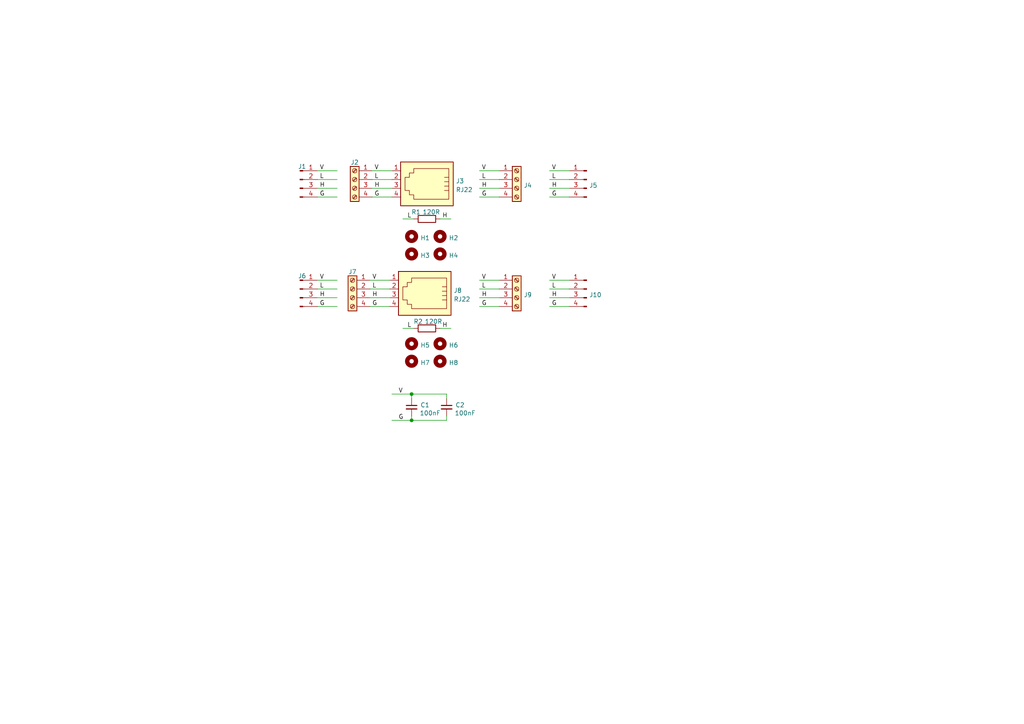
<source format=kicad_sch>
(kicad_sch (version 20211123) (generator eeschema)
  (paper "A4")
  (lib_symbols
    (symbol "Connector:Conn_01x04_Male" (pin_names (offset 1.016) hide)
      (property "Reference" "J" (at 0 5.08 0))
      (property "Value" "Conn_01x04_Male" (at 0 -7.62 0))
      (symbol "Conn_01x04_Male_1_1"
        (polyline (pts (xy 1.27 -5.08) (xy 0.8636 -5.08)) (stroke (width 0.1524)))
        (polyline (pts (xy 1.27 -2.54) (xy 0.8636 -2.54)) (stroke (width 0.1524)))
        (polyline (pts (xy 1.27 0) (xy 0.8636 0)) (stroke (width 0.1524)))
        (polyline (pts (xy 1.27 2.54) (xy 0.8636 2.54)) (stroke (width 0.1524)))
        (rectangle (start 0.8636 -4.953) (end 0 -5.207) (stroke (width 0.1524)) (fill (type outline)))
        (rectangle (start 0.8636 -2.413) (end 0 -2.667) (stroke (width 0.1524)) (fill (type outline)))
        (rectangle (start 0.8636 0.127) (end 0 -0.127) (stroke (width 0.1524)) (fill (type outline)))
        (rectangle (start 0.8636 2.667) (end 0 2.413) (stroke (width 0.1524)) (fill (type outline)))
        (pin passive line (at 5.08 2.54 180) (length 3.81) (name "Pin_1") (number "1"))
        (pin passive line (at 5.08 0 180) (length 3.81) (name "Pin_2") (number "2"))
        (pin passive line (at 5.08 -2.54 180) (length 3.81) (name "Pin_3") (number "3"))
        (pin passive line (at 5.08 -5.08 180) (length 3.81) (name "Pin_4") (number "4"))
      )
    )
    (symbol "Connector:RJ22" (pin_names (offset 1.016))
      (property "Reference" "J" (at -5.08 8.89 0))
      (property "Value" "RJ22" (at 2.54 8.89 0))
      (symbol "RJ22_0_1"
        (polyline (pts (xy -6.35 -0.635) (xy -5.08 -0.635) (xy -5.08 -0.635)))
        (polyline (pts (xy -6.35 0.635) (xy -5.08 0.635) (xy -5.08 0.635)))
        (polyline (pts (xy -6.35 1.905) (xy -5.08 1.905) (xy -5.08 1.905)))
        (polyline (pts (xy -6.35 3.175) (xy -5.08 3.175) (xy -5.08 3.175)))
        (polyline (pts (xy -6.35 -3.175) (xy -6.35 5.715) (xy -1.27 5.715) (xy 3.81 5.715) (xy 3.81 4.445) (xy 5.08 4.445) (xy 5.08 3.175) (xy 6.35 3.175) (xy 6.35 -0.635) (xy 5.08 -0.635) (xy 5.08 -1.905) (xy 3.81 -1.905) (xy 3.81 -3.175) (xy -6.35 -3.175) (xy -6.35 -3.175)))
        (rectangle (start 7.62 7.62) (end -7.62 -5.08) (stroke (width 0.254)) (fill (type background)))
      )
      (symbol "RJ22_1_1"
        (pin passive line (at 10.16 -2.54 180) (length 2.54) (name "~") (number "1"))
        (pin passive line (at 10.16 0 180) (length 2.54) (name "~") (number "2"))
        (pin passive line (at 10.16 2.54 180) (length 2.54) (name "~") (number "3"))
        (pin passive line (at 10.16 5.08 180) (length 2.54) (name "~") (number "4"))
      )
    )
    (symbol "Connector:Screw_Terminal_01x04" (pin_names (offset 1.016) hide)
      (property "Reference" "J" (at 0 5.08 0))
      (property "Value" "Screw_Terminal_01x04" (at 0 -7.62 0))
      (symbol "Screw_Terminal_01x04_1_1"
        (rectangle (start -1.27 3.81) (end 1.27 -6.35) (stroke (width 0.254)) (fill (type background)))
        (circle (center 0 -5.08) (radius 0.635) (stroke (width 0.1524)))
        (circle (center 0 -2.54) (radius 0.635) (stroke (width 0.1524)))
        (polyline (pts (xy -0.5334 -4.7498) (xy 0.3302 -5.588)) (stroke (width 0.1524)))
        (polyline (pts (xy -0.5334 -2.2098) (xy 0.3302 -3.048)) (stroke (width 0.1524)))
        (polyline (pts (xy -0.5334 0.3302) (xy 0.3302 -0.508)) (stroke (width 0.1524)))
        (polyline (pts (xy -0.5334 2.8702) (xy 0.3302 2.032)) (stroke (width 0.1524)))
        (polyline (pts (xy -0.3556 -4.572) (xy 0.508 -5.4102)) (stroke (width 0.1524)))
        (polyline (pts (xy -0.3556 -2.032) (xy 0.508 -2.8702)) (stroke (width 0.1524)))
        (polyline (pts (xy -0.3556 0.508) (xy 0.508 -0.3302)) (stroke (width 0.1524)))
        (polyline (pts (xy -0.3556 3.048) (xy 0.508 2.2098)) (stroke (width 0.1524)))
        (circle (center 0 0) (radius 0.635) (stroke (width 0.1524)))
        (circle (center 0 2.54) (radius 0.635) (stroke (width 0.1524)))
        (pin passive line (at -5.08 2.54 0) (length 3.81) (name "Pin_1") (number "1"))
        (pin passive line (at -5.08 0 0) (length 3.81) (name "Pin_2") (number "2"))
        (pin passive line (at -5.08 -2.54 0) (length 3.81) (name "Pin_3") (number "3"))
        (pin passive line (at -5.08 -5.08 0) (length 3.81) (name "Pin_4") (number "4"))
      )
    )
    (symbol "Device:C_Small" (pin_numbers hide) (pin_names (offset 0.254) hide)
      (property "Reference" "C" (at 0.254 1.778 0))
      (property "Value" "C_Small" (at 0.254 -2.032 0))
      (symbol "C_Small_0_1"
        (polyline (pts (xy -1.524 -0.508) (xy 1.524 -0.508)) (stroke (width 0.3302)))
        (polyline (pts (xy -1.524 0.508) (xy 1.524 0.508)) (stroke (width 0.3048)))
      )
      (symbol "C_Small_1_1"
        (pin passive line (at 0 2.54 270) (length 2.032) (name "~") (number "1"))
        (pin passive line (at 0 -2.54 90) (length 2.032) (name "~") (number "2"))
      )
    )
    (symbol "Device:R" (pin_numbers hide) (pin_names (offset 0))
      (property "Reference" "R" (at 2.032 0 90))
      (property "Value" "R" (at 0 0 90))
      (symbol "R_0_1"
        (rectangle (start -1.016 -2.54) (end 1.016 2.54) (stroke (width 0.254)))
      )
      (symbol "R_1_1"
        (pin passive line (at 0 3.81 270) (length 1.27) (name "~") (number "1"))
        (pin passive line (at 0 -3.81 90) (length 1.27) (name "~") (number "2"))
      )
    )
    (symbol "Mechanical:MountingHole" (pin_names (offset 1.016))
      (property "Reference" "H" (at 0 5.08 0))
      (property "Value" "MountingHole" (at 0 3.175 0))
      (symbol "MountingHole_0_1"
        (circle (center 0 0) (radius 1.27) (stroke (width 1.27)))
      )
    )
  )
  (junction (at 119.38 121.92))
  (junction (at 119.38 114.3))
  (wire (pts (xy 159.385 88.9) (xy 165.1 88.9)))
  (wire (pts (xy 139.065 83.82) (xy 144.78 83.82)))
  (wire (pts (xy 92.075 81.28) (xy 97.79 81.28)))
  (wire (pts (xy 129.54 120.65) (xy 129.54 121.92)))
  (wire (pts (xy 159.385 57.15) (xy 165.1 57.15)))
  (wire (pts (xy 92.075 88.9) (xy 97.79 88.9)))
  (wire (pts (xy 139.065 81.28) (xy 144.78 81.28)))
  (wire (pts (xy 116.84 63.5) (xy 120.015 63.5)))
  (wire (pts (xy 139.065 57.15) (xy 144.78 57.15)))
  (wire (pts (xy 92.075 86.36) (xy 97.79 86.36)))
  (wire (pts (xy 129.54 115.57) (xy 129.54 114.3)))
  (wire (pts (xy 107.95 57.15) (xy 113.665 57.15)))
  (wire (pts (xy 107.315 83.82) (xy 113.03 83.82)))
  (wire (pts (xy 159.385 83.82) (xy 165.1 83.82)))
  (wire (pts (xy 107.95 52.07) (xy 113.665 52.07)))
  (wire (pts (xy 139.065 86.36) (xy 144.78 86.36)))
  (wire (pts (xy 139.065 52.07) (xy 144.78 52.07)))
  (wire (pts (xy 159.385 52.07) (xy 165.1 52.07)))
  (wire (pts (xy 92.075 52.07) (xy 97.79 52.07)))
  (wire (pts (xy 92.075 83.82) (xy 97.79 83.82)))
  (wire (pts (xy 113.665 114.3) (xy 119.38 114.3)))
  (wire (pts (xy 127.635 63.5) (xy 130.81 63.5)))
  (wire (pts (xy 159.385 81.28) (xy 165.1 81.28)))
  (wire (pts (xy 107.315 81.28) (xy 113.03 81.28)))
  (wire (pts (xy 113.665 121.92) (xy 119.38 121.92)))
  (wire (pts (xy 159.385 49.53) (xy 165.1 49.53)))
  (wire (pts (xy 116.84 95.25) (xy 120.015 95.25)))
  (wire (pts (xy 107.95 54.61) (xy 113.665 54.61)))
  (wire (pts (xy 139.065 49.53) (xy 144.78 49.53)))
  (wire (pts (xy 107.95 49.53) (xy 113.665 49.53)))
  (wire (pts (xy 107.315 88.9) (xy 113.03 88.9)))
  (wire (pts (xy 139.065 88.9) (xy 144.78 88.9)))
  (wire (pts (xy 92.075 49.53) (xy 97.79 49.53)))
  (wire (pts (xy 107.315 86.36) (xy 113.03 86.36)))
  (wire (pts (xy 92.075 54.61) (xy 97.79 54.61)))
  (wire (pts (xy 119.38 120.65) (xy 119.38 121.92)))
  (wire (pts (xy 119.38 114.3) (xy 119.38 115.57)))
  (wire (pts (xy 159.385 86.36) (xy 165.1 86.36)))
  (wire (pts (xy 139.065 54.61) (xy 144.78 54.61)))
  (wire (pts (xy 127.635 95.25) (xy 130.81 95.25)))
  (wire (pts (xy 129.54 114.3) (xy 119.38 114.3)))
  (wire (pts (xy 92.075 57.15) (xy 97.79 57.15)))
  (wire (pts (xy 129.54 121.92) (xy 119.38 121.92)))
  (wire (pts (xy 159.385 54.61) (xy 165.1 54.61)))
  (label "H" (at 92.71 86.36 0))
  (label "G" (at 92.71 57.15 0))
  (label "G" (at 107.95 88.9 0))
  (label "V" (at 160.02 81.28 0))
  (label "G" (at 139.7 57.15 0))
  (label "G" (at 139.7 88.9 0))
  (label "L" (at 118.11 95.25 0))
  (label "V" (at 107.95 81.28 0))
  (label "L" (at 139.7 83.82 0))
  (label "L" (at 118.11 63.5 0))
  (label "G" (at 160.02 88.9 0))
  (label "L" (at 160.02 83.82 0))
  (label "H" (at 108.585 54.61 0))
  (label "V" (at 139.7 49.53 0))
  (label "H" (at 128.27 95.25 0))
  (label "G" (at 92.71 88.9 0))
  (label "V" (at 139.7 81.28 0))
  (label "H" (at 107.95 86.36 0))
  (label "G" (at 108.585 57.15 0))
  (label "L" (at 139.7 52.07 0))
  (label "H" (at 160.02 54.61 0))
  (label "L" (at 92.71 52.07 0))
  (label "L" (at 107.95 83.82 0))
  (label "L" (at 92.71 83.82 0))
  (label "V" (at 92.71 81.28 0))
  (label "H" (at 139.7 54.61 0))
  (label "G" (at 160.02 57.15 0))
  (label "H" (at 139.7 86.36 0))
  (label "L" (at 160.02 52.07 0))
  (label "H" (at 92.71 54.61 0))
  (label "V" (at 115.57 114.3 0))
  (label "H" (at 128.27 63.5 0))
  (label "V" (at 92.71 49.53 0))
  (label "V" (at 160.02 49.53 0))
  (label "L" (at 108.585 52.07 0))
  (label "H" (at 160.02 86.36 0))
  (label "G" (at 115.57 121.92 0))
  (label "V" (at 108.585 49.53 0))
  (symbol (lib_id "Mechanical:MountingHole") (at 119.38 73.66 0) (unit 1)
    (property "Reference" "H3" (at 121.92 74.0938 0) (effects (justify left)))
    (property "Value" "MountingHole" (effects hide))
    (property "Footprint" "MountingHole:MountingHole_3.2mm_M3_Pad" (effects hide))
  )
  (symbol (lib_id "Connector:Conn_01x04_Male") (at 170.18 83.82 0) (mirror y) (unit 1)
    (property "Reference" "J10" (at 170.8912 85.5238 0) (effects (justify right)))
    (property "Value" "Conn_01x04_Male" (effects hide))
    (property "Footprint" "Connector_PinHeader_2.54mm:PinHeader_1x04_P2.54mm_Vertical" (effects hide))
  )
  (symbol (lib_id "Connector:Screw_Terminal_01x04") (at 102.87 52.07 0) (mirror y) (unit 1)
    (property "Reference" "J2" (at 102.87 47.0972 0))
    (property "Value" "Screw_Terminal_01x04" (effects hide))
    (property "Footprint" "mylib:Camdenboss_3pt5mm_pitch_PCB_horizontal_4Way" (effects hide))
  )
  (symbol (lib_id "Mechanical:MountingHole") (at 119.38 104.775 0) (unit 1)
    (property "Reference" "H7" (at 121.92 105.2088 0) (effects (justify left)))
    (property "Value" "MountingHole" (effects hide))
    (property "Footprint" "MountingHole:MountingHole_3.2mm_M3_Pad" (effects hide))
  )
  (symbol (lib_id "Mechanical:MountingHole") (at 119.38 99.695 0) (unit 1)
    (property "Reference" "H5" (at 121.92 100.1288 0) (effects (justify left)))
    (property "Value" "MountingHole" (effects hide))
    (property "Footprint" "MountingHole:MountingHole_3.2mm_M3_Pad" (effects hide))
  )
  (symbol (lib_id "Connector:Conn_01x04_Male") (at 86.995 83.82 0) (unit 1)
    (property "Reference" "J6" (at 87.63 80.041 0))
    (property "Value" "Conn_01x04_Male" (effects hide))
    (property "Footprint" "Connector_PinHeader_2.54mm:PinHeader_1x04_P2.54mm_Vertical" (effects hide))
  )
  (symbol (lib_id "Mechanical:MountingHole") (at 127.635 104.775 0) (unit 1)
    (property "Reference" "H8" (at 130.175 105.2088 0) (effects (justify left)))
    (property "Value" "MountingHole" (effects hide))
    (property "Footprint" "MountingHole:MountingHole_3.2mm_M3_Pad" (effects hide))
  )
  (symbol (lib_id "Mechanical:MountingHole") (at 119.38 68.58 0) (unit 1)
    (property "Reference" "H1" (at 121.92 69.0138 0) (effects (justify left)))
    (property "Value" "MountingHole" (effects hide))
    (property "Footprint" "MountingHole:MountingHole_3.2mm_M3_Pad" (effects hide))
  )
  (symbol (lib_id "Connector:Screw_Terminal_01x04") (at 102.235 83.82 0) (mirror y) (unit 1)
    (property "Reference" "J7" (at 102.235 78.8472 0))
    (property "Value" "Screw_Terminal_01x04" (effects hide))
    (property "Footprint" "mylib:Camdenboss_3pt5mm_pitch_PCB_horizontal_4Way" (effects hide))
  )
  (symbol (lib_id "Mechanical:MountingHole") (at 127.635 73.66 0) (unit 1)
    (property "Reference" "H4" (at 130.175 74.0938 0) (effects (justify left)))
    (property "Value" "MountingHole" (effects hide))
    (property "Footprint" "MountingHole:MountingHole_3.2mm_M3_Pad" (effects hide))
  )
  (symbol (lib_id "Connector:RJ22") (at 123.825 52.07 180) (unit 1)
    (property "Reference" "J3" (at 132.207 52.5053 0) (effects (justify right)))
    (property "Value" "RJ22" (at 132.207 55.0422 0) (effects (justify right)))
    (property "Footprint" "mylib:RJ22" (effects hide))
  )
  (symbol (lib_id "Device:C_Small") (at 129.54 118.11 0) (unit 1)
    (property "Reference" "C2" (at 132.08 117.475 0) (effects (justify left)))
    (property "Value" "100nF" (at 131.8641 119.8185 0) (effects (justify left)))
    (property "Footprint" "Capacitor_THT:C_Disc_D5.0mm_W2.5mm_P5.00mm" (effects hide))
  )
  (symbol (lib_id "Connector:Screw_Terminal_01x04") (at 149.86 83.82 0) (unit 1)
    (property "Reference" "J9" (at 151.892 85.5238 0) (effects (justify left)))
    (property "Value" "Screw_Terminal_01x04" (effects hide))
    (property "Footprint" "mylib:Camdenboss_3pt5mm_pitch_PCB_horizontal_4Way" (effects hide))
  )
  (symbol (lib_id "Connector:Conn_01x04_Male") (at 86.995 52.07 0) (unit 1)
    (property "Reference" "J1" (at 87.63 48.291 0))
    (property "Value" "Conn_01x04_Male" (effects hide))
    (property "Footprint" "Connector_PinHeader_2.54mm:PinHeader_1x04_P2.54mm_Vertical" (effects hide))
  )
  (symbol (lib_id "Connector:RJ22") (at 123.19 83.82 180) (unit 1)
    (property "Reference" "J8" (at 131.572 84.2553 0) (effects (justify right)))
    (property "Value" "RJ22" (at 131.572 86.7922 0) (effects (justify right)))
    (property "Footprint" "mylib:RJ22" (effects hide))
  )
  (symbol (lib_id "Device:R") (at 123.825 63.5 90) (unit 1)
    (property "Reference" "R1" (at 120.65 62.23 90) (effects (justify top)))
    (property "Value" "120R" (at 125.095 62.23 90) (effects (justify top)))
    (property "Footprint" "Resistor_THT:R_Axial_DIN0207_L6.3mm_D2.5mm_P10.16mm_Horizontal" (effects hide))
  )
  (symbol (lib_id "Connector:Screw_Terminal_01x04") (at 149.86 52.07 0) (unit 1)
    (property "Reference" "J4" (at 151.892 53.7738 0) (effects (justify left)))
    (property "Value" "Screw_Terminal_01x04" (effects hide))
    (property "Footprint" "mylib:Camdenboss_3pt5mm_pitch_PCB_horizontal_4Way" (effects hide))
  )
  (symbol (lib_id "Device:C_Small") (at 119.38 118.11 0) (unit 1)
    (property "Reference" "C1" (at 121.92 117.475 0) (effects (justify left)))
    (property "Value" "100nF" (at 121.7041 119.8185 0) (effects (justify left)))
    (property "Footprint" "Capacitor_THT:C_Disc_D5.0mm_W2.5mm_P5.00mm" (effects hide))
  )
  (symbol (lib_id "Mechanical:MountingHole") (at 127.635 68.58 0) (unit 1)
    (property "Reference" "H2" (at 130.175 69.0138 0) (effects (justify left)))
    (property "Value" "MountingHole" (effects hide))
    (property "Footprint" "MountingHole:MountingHole_3.2mm_M3_Pad" (effects hide))
  )
  (symbol (lib_id "Connector:Conn_01x04_Male") (at 170.18 52.07 0) (mirror y) (unit 1)
    (property "Reference" "J5" (at 170.8912 53.7738 0) (effects (justify right)))
    (property "Value" "Conn_01x04_Male" (effects hide))
    (property "Footprint" "Connector_PinHeader_2.54mm:PinHeader_1x04_P2.54mm_Vertical" (effects hide))
  )
  (symbol (lib_id "Device:R") (at 123.825 95.25 90) (unit 1)
    (property "Reference" "R2" (at 121.285 93.98 90) (effects (justify top)))
    (property "Value" "120R" (at 125.73 93.98 90) (effects (justify top)))
    (property "Footprint" "Resistor_THT:R_Axial_DIN0207_L6.3mm_D2.5mm_P10.16mm_Horizontal" (effects hide))
  )
  (symbol (lib_id "Mechanical:MountingHole") (at 127.635 99.695 0) (unit 1)
    (property "Reference" "H6" (at 130.175 100.1288 0) (effects (justify left)))
    (property "Value" "MountingHole" (effects hide))
    (property "Footprint" "MountingHole:MountingHole_3.2mm_M3_Pad" (effects hide))
  )
)
</source>
